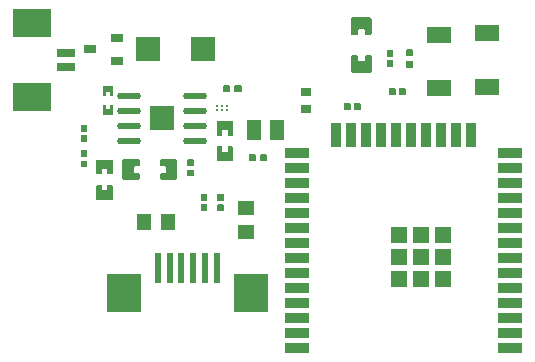
<source format=gtp>
G04 Layer: TopPasteMaskLayer*
G04 EasyEDA v6.5.38, 2023-12-02 23:03:57*
G04 3574156a907d4d7c87788ecda130693a,c7ad1a84f3dd4ba2a6b1e1313e4bac77,10*
G04 Gerber Generator version 0.2*
G04 Scale: 100 percent, Rotated: No, Reflected: No *
G04 Dimensions in millimeters *
G04 leading zeros omitted , absolute positions ,4 integer and 5 decimal *
%FSLAX45Y45*%
%MOMM*%

%AMMACRO1*21,1,$1,$2,0,0,$3*%
%ADD10R,2.1000X0.9500*%
%ADD11R,0.9500X2.1000*%
%ADD12R,1.3300X1.3300*%
%ADD13R,1.1600X1.4500*%
%ADD14R,1.4500X1.1600*%
%ADD15R,0.9000X0.8000*%
%ADD16R,1.6000X0.8000*%
%ADD17R,3.3000X2.4000*%
%ADD18R,2.0000X2.0000*%
%ADD19R,0.5000X2.5000*%
%ADD20R,3.0000X3.2000*%
%ADD21R,1.2000X1.8000*%
%ADD22R,1.0000X0.8000*%
%ADD23R,2.0000X1.3500*%
%ADD24O,2.0379944X0.5739892*%
%ADD25MACRO1,2X2X0.0000*%
%ADD26C,0.1850*%
%ADD27C,0.0118*%

%LPD*%
G36*
X444093Y1068882D02*
G01*
X437083Y1063904D01*
X437083Y1018895D01*
X444093Y1013917D01*
X492099Y1013917D01*
X497078Y1018895D01*
X497078Y1063904D01*
X492099Y1068882D01*
G37*
G36*
X346100Y1068882D02*
G01*
X341122Y1063904D01*
X341122Y1018895D01*
X346100Y1013917D01*
X394106Y1013917D01*
X401116Y1018895D01*
X401116Y1063904D01*
X394106Y1068882D01*
G37*
G36*
X562000Y484682D02*
G01*
X557022Y479704D01*
X557022Y434695D01*
X562000Y429717D01*
X610006Y429717D01*
X617016Y434695D01*
X617016Y479704D01*
X610006Y484682D01*
G37*
G36*
X659993Y484682D02*
G01*
X652983Y479704D01*
X652983Y434695D01*
X659993Y429717D01*
X707999Y429717D01*
X712978Y434695D01*
X712978Y479704D01*
X707999Y484682D01*
G37*
G36*
X1895195Y1373378D02*
G01*
X1890217Y1368399D01*
X1890217Y1320393D01*
X1895195Y1313383D01*
X1940204Y1313383D01*
X1945182Y1320393D01*
X1945182Y1368399D01*
X1940204Y1373378D01*
G37*
G36*
X1895195Y1277416D02*
G01*
X1890217Y1270406D01*
X1890217Y1222400D01*
X1895195Y1217422D01*
X1940204Y1217422D01*
X1945182Y1222400D01*
X1945182Y1270406D01*
X1940204Y1277416D01*
G37*
G36*
X1434896Y1324711D02*
G01*
X1424889Y1314704D01*
X1424889Y1186180D01*
X1434896Y1176223D01*
X1587703Y1176223D01*
X1597710Y1186180D01*
X1597710Y1314704D01*
X1587703Y1324711D01*
X1550670Y1324711D01*
X1540662Y1314704D01*
X1540662Y1284224D01*
X1530654Y1274216D01*
X1491945Y1274216D01*
X1481937Y1284224D01*
X1481937Y1314704D01*
X1471930Y1324711D01*
G37*
G36*
X1434896Y1643176D02*
G01*
X1424889Y1633220D01*
X1424889Y1504696D01*
X1434896Y1494688D01*
X1471930Y1494688D01*
X1481937Y1504696D01*
X1481937Y1535176D01*
X1491945Y1545183D01*
X1530654Y1545183D01*
X1540662Y1535176D01*
X1540662Y1504696D01*
X1550670Y1494688D01*
X1587703Y1494688D01*
X1597710Y1504696D01*
X1597710Y1633220D01*
X1587703Y1643176D01*
G37*
G36*
X-502920Y442010D02*
G01*
X-512876Y432003D01*
X-512876Y279196D01*
X-502920Y269189D01*
X-374396Y269189D01*
X-364388Y279196D01*
X-364388Y316230D01*
X-374396Y326237D01*
X-404876Y326237D01*
X-414883Y336245D01*
X-414883Y374954D01*
X-404876Y384962D01*
X-374396Y384962D01*
X-364388Y394970D01*
X-364388Y432003D01*
X-374396Y442010D01*
G37*
G36*
X-184404Y442010D02*
G01*
X-194411Y432003D01*
X-194411Y394970D01*
X-184404Y384962D01*
X-153924Y384962D01*
X-143916Y374954D01*
X-143916Y336245D01*
X-153924Y326237D01*
X-184404Y326237D01*
X-194411Y316230D01*
X-194411Y279196D01*
X-184404Y269189D01*
X-55880Y269189D01*
X-45923Y279196D01*
X-45923Y432003D01*
X-55880Y442010D01*
G37*
G36*
X-685393Y224688D02*
G01*
X-726389Y224180D01*
X-731418Y219202D01*
X-731418Y104190D01*
X-726389Y99212D01*
X-598424Y99212D01*
X-593394Y104190D01*
X-593394Y219202D01*
X-598424Y224180D01*
X-640384Y223723D01*
X-640384Y179679D01*
X-685393Y179679D01*
G37*
G36*
X-726389Y439216D02*
G01*
X-731418Y434187D01*
X-731418Y319176D01*
X-726389Y314198D01*
X-685393Y314706D01*
X-685393Y358698D01*
X-640384Y358698D01*
X-640384Y314198D01*
X-598424Y314198D01*
X-593394Y319176D01*
X-593394Y434187D01*
X-598424Y439216D01*
G37*
G36*
X291592Y766927D02*
G01*
X286613Y761898D01*
X286613Y646887D01*
X291592Y641908D01*
X333603Y642416D01*
X333603Y686409D01*
X378612Y686409D01*
X378612Y641400D01*
X419608Y641908D01*
X424586Y646887D01*
X424586Y761898D01*
X419608Y766927D01*
G37*
G36*
X291592Y551891D02*
G01*
X286613Y546912D01*
X286613Y431901D01*
X291592Y426923D01*
X419608Y426923D01*
X424586Y431901D01*
X424586Y546912D01*
X419608Y551891D01*
X378612Y551383D01*
X378612Y507390D01*
X333603Y507390D01*
X333603Y551891D01*
G37*
G36*
X1748536Y1043025D02*
G01*
X1744522Y1039012D01*
X1744522Y992987D01*
X1748536Y988974D01*
X1798574Y988974D01*
X1802587Y992987D01*
X1802587Y1039012D01*
X1798574Y1043025D01*
G37*
G36*
X1833625Y1043025D02*
G01*
X1829612Y1039012D01*
X1829612Y992987D01*
X1833625Y988974D01*
X1883664Y988974D01*
X1887677Y992987D01*
X1887677Y1039012D01*
X1883664Y1043025D01*
G37*
G36*
X1729587Y1366977D02*
G01*
X1725574Y1362964D01*
X1725574Y1312875D01*
X1729587Y1308912D01*
X1775612Y1308912D01*
X1779625Y1312875D01*
X1779625Y1362964D01*
X1775612Y1366977D01*
G37*
G36*
X1729587Y1281887D02*
G01*
X1725574Y1277924D01*
X1725574Y1227836D01*
X1729587Y1223822D01*
X1775612Y1223822D01*
X1779625Y1227836D01*
X1779625Y1277924D01*
X1775612Y1281887D01*
G37*
G36*
X154787Y62687D02*
G01*
X150774Y58724D01*
X150774Y8636D01*
X154787Y4622D01*
X200812Y4622D01*
X204825Y8636D01*
X204825Y58724D01*
X200812Y62687D01*
G37*
G36*
X154787Y147777D02*
G01*
X150774Y143764D01*
X150774Y93675D01*
X154787Y89712D01*
X200812Y89712D01*
X204825Y93675D01*
X204825Y143764D01*
X200812Y147777D01*
G37*
G36*
X294487Y62687D02*
G01*
X290474Y58724D01*
X290474Y8636D01*
X294487Y4622D01*
X340512Y4622D01*
X344525Y8636D01*
X344525Y58724D01*
X340512Y62687D01*
G37*
G36*
X294487Y147777D02*
G01*
X290474Y143764D01*
X290474Y93675D01*
X294487Y89712D01*
X340512Y89712D01*
X344525Y93675D01*
X344525Y143764D01*
X340512Y147777D01*
G37*
G36*
X1452626Y916025D02*
G01*
X1448612Y912012D01*
X1448612Y865987D01*
X1452626Y861974D01*
X1502664Y861974D01*
X1506677Y865987D01*
X1506677Y912012D01*
X1502664Y916025D01*
G37*
G36*
X1367536Y916025D02*
G01*
X1363522Y912012D01*
X1363522Y865987D01*
X1367536Y861974D01*
X1417574Y861974D01*
X1421587Y865987D01*
X1421587Y912012D01*
X1417574Y916025D01*
G37*
G36*
X40487Y439877D02*
G01*
X36474Y435864D01*
X36474Y385775D01*
X40487Y381812D01*
X86512Y381812D01*
X90525Y385775D01*
X90525Y435864D01*
X86512Y439877D01*
G37*
G36*
X40487Y354787D02*
G01*
X36474Y350824D01*
X36474Y300736D01*
X40487Y296722D01*
X86512Y296722D01*
X90525Y300736D01*
X90525Y350824D01*
X86512Y354787D01*
G37*
G36*
X-861212Y646887D02*
G01*
X-865225Y642924D01*
X-865225Y592836D01*
X-861212Y588822D01*
X-815187Y588822D01*
X-811174Y592836D01*
X-811174Y642924D01*
X-815187Y646887D01*
G37*
G36*
X-861212Y731977D02*
G01*
X-865225Y727964D01*
X-865225Y677875D01*
X-861212Y673912D01*
X-815187Y673912D01*
X-811174Y677875D01*
X-811174Y727964D01*
X-815187Y731977D01*
G37*
G36*
X-861212Y430987D02*
G01*
X-865225Y427024D01*
X-865225Y376936D01*
X-861212Y372922D01*
X-815187Y372922D01*
X-811174Y376936D01*
X-811174Y427024D01*
X-815187Y430987D01*
G37*
G36*
X-861212Y516077D02*
G01*
X-865225Y512064D01*
X-865225Y461975D01*
X-861212Y458012D01*
X-815187Y458012D01*
X-811174Y461975D01*
X-811174Y512064D01*
X-815187Y516077D01*
G37*
G36*
X-674979Y1064310D02*
G01*
X-680008Y1059281D01*
X-680008Y979322D01*
X-674979Y974293D01*
X-652221Y974293D01*
X-652221Y1011326D01*
X-619201Y1011326D01*
X-619201Y974293D01*
X-595020Y974293D01*
X-589991Y979322D01*
X-589991Y1059281D01*
X-595020Y1064310D01*
G37*
G36*
X-674979Y904290D02*
G01*
X-680008Y899312D01*
X-680008Y820318D01*
X-674979Y815289D01*
X-595020Y815289D01*
X-589991Y820318D01*
X-589991Y899312D01*
X-595020Y904290D01*
X-619201Y904290D01*
X-619201Y866292D01*
X-652221Y866292D01*
X-652221Y904290D01*
G37*
D10*
G01*
X2766898Y-1154252D03*
G01*
X2766898Y-1027252D03*
G01*
X2766898Y-900252D03*
G01*
X2766898Y-773252D03*
G01*
X2766898Y-646252D03*
G01*
X2766898Y-519252D03*
G01*
X2766898Y-392252D03*
G01*
X2766898Y-265252D03*
G01*
X2766898Y-138252D03*
G01*
X2766898Y-11252D03*
G01*
X2766898Y115747D03*
G01*
X2766898Y242747D03*
G01*
X2766898Y369747D03*
G01*
X2766898Y496747D03*
D11*
G01*
X2438400Y646252D03*
G01*
X2311400Y646252D03*
G01*
X2184400Y646252D03*
G01*
X2057400Y646252D03*
G01*
X1930400Y646252D03*
G01*
X1803400Y646252D03*
G01*
X1676400Y646252D03*
G01*
X1549400Y646252D03*
G01*
X1422400Y646252D03*
G01*
X1295400Y646252D03*
D10*
G01*
X966901Y496747D03*
G01*
X966901Y369747D03*
G01*
X966901Y242747D03*
G01*
X966901Y115747D03*
G01*
X966901Y-11252D03*
G01*
X966901Y-138252D03*
G01*
X966901Y-265252D03*
G01*
X966901Y-392252D03*
G01*
X966901Y-519252D03*
G01*
X966901Y-646252D03*
G01*
X966901Y-773252D03*
G01*
X966901Y-900252D03*
G01*
X966901Y-1027252D03*
G01*
X966901Y-1154252D03*
D12*
G01*
X2016886Y-385851D03*
G01*
X2200376Y-385826D03*
G01*
X1833372Y-385826D03*
G01*
X1833372Y-569340D03*
G01*
X2016886Y-569340D03*
G01*
X2200376Y-569340D03*
G01*
X2200376Y-202336D03*
G01*
X2016886Y-202336D03*
G01*
X1833372Y-202336D03*
D13*
G01*
X-127000Y-88900D03*
G01*
X-330200Y-88900D03*
D14*
G01*
X533400Y-177800D03*
G01*
X533400Y25400D03*
D15*
G01*
X1041400Y869797D03*
G01*
X1041400Y1009802D03*
D16*
G01*
X-985316Y1220190D03*
G01*
X-985316Y1345158D03*
D17*
G01*
X-1275283Y1595196D03*
G01*
X-1275283Y970203D03*
D18*
G01*
X-293496Y1371600D03*
G01*
X166497Y1371600D03*
D19*
G01*
X-211912Y-479196D03*
G01*
X-111912Y-479196D03*
G01*
X-11912Y-479196D03*
G01*
X88112Y-479196D03*
G01*
X188112Y-479196D03*
G01*
X288086Y-479196D03*
D20*
G01*
X573100Y-689203D03*
G01*
X-496900Y-689203D03*
D21*
G01*
X598500Y685800D03*
G01*
X798499Y685800D03*
D22*
G01*
X-558088Y1466595D03*
G01*
X-788111Y1371600D03*
G01*
X-558088Y1276604D03*
D23*
G01*
X2578100Y1057706D03*
G01*
X2578100Y1507693D03*
G01*
X2171700Y1494993D03*
G01*
X2171700Y1045006D03*
D24*
G01*
X-454710Y977900D03*
G01*
X-454710Y850900D03*
G01*
X-454710Y723900D03*
G01*
X-454710Y596900D03*
G01*
X99110Y977900D03*
G01*
X99110Y850900D03*
G01*
X99110Y723900D03*
G01*
X99110Y596900D03*
D25*
G01*
X-177800Y787400D03*
D26*
G01*
X290195Y856284D03*
G01*
X290195Y896289D03*
G01*
X330200Y856284D03*
G01*
X330200Y896289D03*
G01*
X370204Y856284D03*
G01*
X370204Y896289D03*
M02*

</source>
